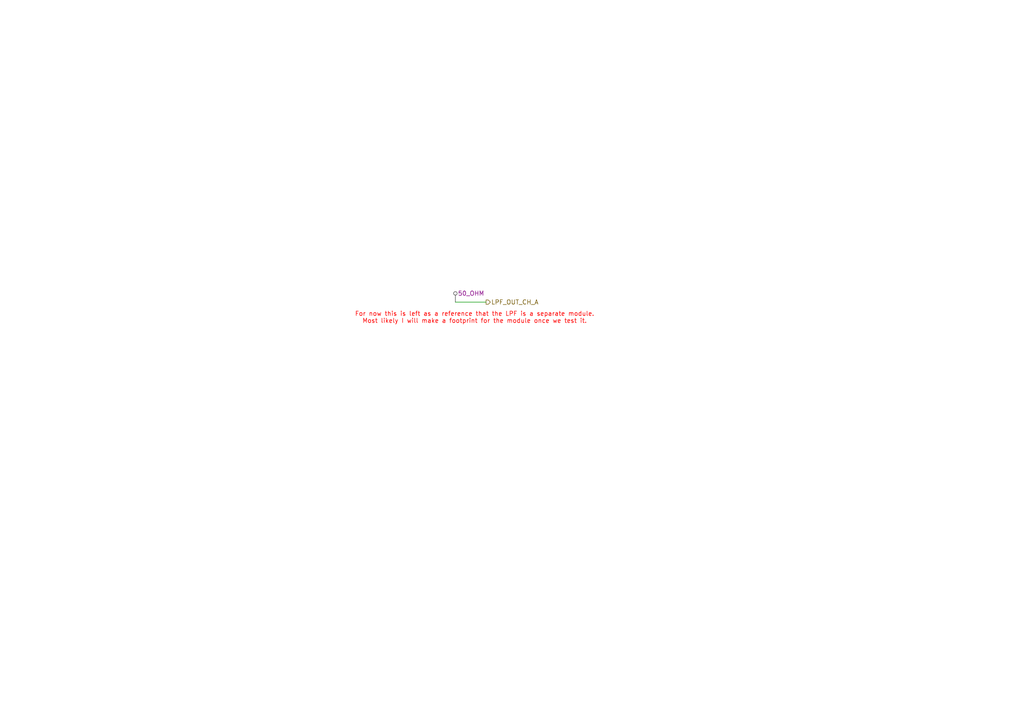
<source format=kicad_sch>
(kicad_sch
	(version 20250114)
	(generator "eeschema")
	(generator_version "9.0")
	(uuid "02cd66f2-496d-4a4e-b299-909b3e147669")
	(paper "A4")
	(title_block
		(date "2025-04-16")
		(company "CERN")
		(comment 1 "Design by A. Jevtic")
	)
	(lib_symbols)
	(text "For now this is left as a reference that the LPF is a separate module.\nMost likely I will make a footprint for the module once we test it."
		(exclude_from_sim no)
		(at 137.668 92.202 0)
		(effects
			(font
				(size 1.27 1.27)
				(color 255 0 0 1)
			)
		)
		(uuid "6d7810c1-7278-4918-aa5f-ad734dc30947")
	)
	(wire
		(pts
			(xy 132.08 87.63) (xy 140.97 87.63)
		)
		(stroke
			(width 0)
			(type default)
		)
		(uuid "a04c0ea1-e4c9-44f5-8fa3-de4f68af9842")
	)
	(hierarchical_label "LPF_OUT_CH_A"
		(shape output)
		(at 140.97 87.63 0)
		(effects
			(font
				(size 1.27 1.27)
			)
			(justify left)
		)
		(uuid "38a141a3-4c6c-4b7f-a938-7eebf2c29ed1")
	)
	(netclass_flag ""
		(length 2.54)
		(shape round)
		(at 132.08 87.63 0)
		(fields_autoplaced yes)
		(effects
			(font
				(size 1.27 1.27)
			)
			(justify left bottom)
		)
		(uuid "3ed5c719-fc77-4bda-a547-39b49c3c7385")
		(property "Netclass" "50_OHM"
			(at 132.7785 85.09 0)
			(effects
				(font
					(size 1.27 1.27)
				)
				(justify left)
			)
		)
		(property "Component Class" ""
			(at -294.64 8.89 0)
			(effects
				(font
					(size 1.27 1.27)
					(italic yes)
				)
			)
		)
	)
)

</source>
